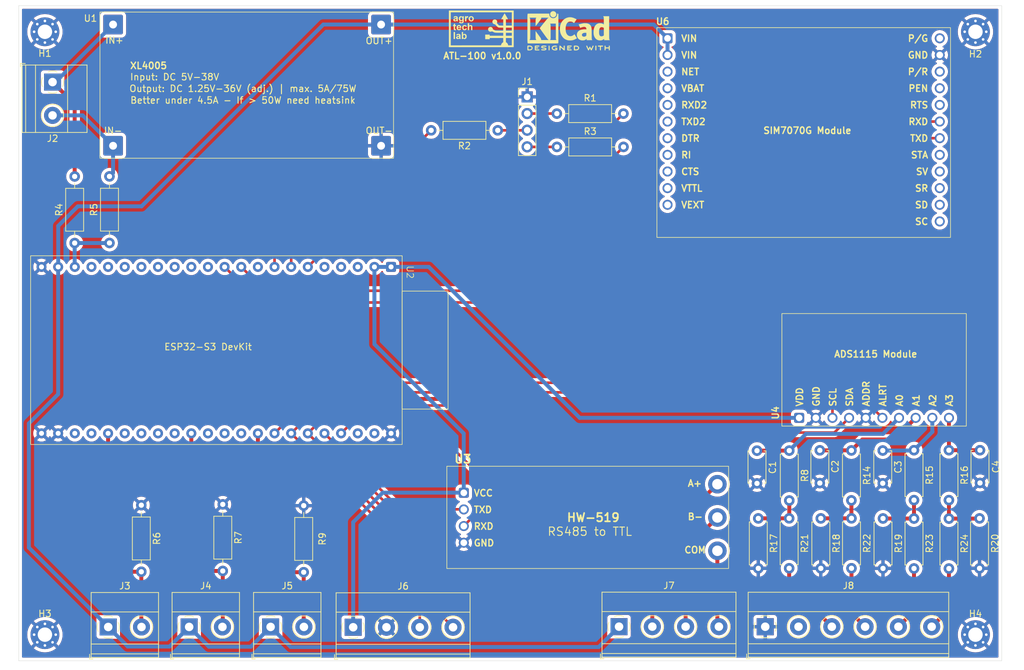
<source format=kicad_pcb>
(kicad_pcb (version 20240108) (generator "pcbnew") (generator_version "8.0")
  (title_block (title "ATL-100 (Multiparametric Station) - THT Based") (date "2024-10-29") (rev "v1.0.0") (company "AgroTechLab (Laboratório de Desenvolvimento de Tecnologias para o Agronegócio)") (comment 1 "IFSC/Lages (Instituto Federal de Santa Catarina)") (comment 2 "Confidential (access prohibited without signing a non-disclouser agreement)") (comment 3 "Author: Robson Costa (robson.costa@ifsc.edu.br)"))
  (layers (0 "F.Cu" signal) (31 "B.Cu" signal) (34 "B.Paste" user) (35 "F.Paste" user) (36 "B.SilkS" user "B.Silkscreen") (37 "F.SilkS" user "F.Silkscreen") (38 "B.Mask" user) (39 "F.Mask" user) (44 "Edge.Cuts" user))
  (net 0 "")
  (net 1 "GND")
  (net 2 "Net-(J1-Pin_4)")
  (net 3 "Net-(J1-Pin_3)")
  (net 4 "Net-(J1-Pin_2)")
  (net 5 "PWR_IN-")
  (net 6 "PWR_IN+")
  (net 7 "WS-")
  (net 8 "+5V")
  (net 9 "AN-")
  (net 10 "I2C_SDA")
  (net 11 "+3V3")
  (net 12 "I2C_SCL")
  (net 13 "PL-")
  (net 14 "LED_RED")
  (net 15 "LED_GREEN")
  (net 16 "LED_BLUE")
  (net 17 "PWR_SENSOR")
  (net 18 "MCU_TXD - RS485_RXD")
  (net 19 "MCU_RXD - RS485_TXD")
  (net 20 "ADC_ALERT")
  (net 23 "Net-(U4-A0)")
  (net 27 "Net-(U4-A1)")
  (net 31 "Net-(U4-A2)")
  (net 37 "Net-(U4-A3)")
  (net 39 "RS485_A+")
  (net 41 "RS485_B-")
  (net 42 "RS485_COM")
  (net 43 "AI3")
  (net 44 "AI1")
  (net 45 "AI2")
  (net 46 "AI4")
  (net 48 "Net-(R17-Pad1)")
  (net 49 "MCU_TXD - LTE_RXD")
  (net 50 "MCU_RXD - LTE_TXD")
  (net 51 "Net-(R14-Pad2)")
  (net 52 "Net-(R15-Pad2)")
  (net 53 "Net-(R16-Pad2)")
  (footprint "Resistor_THT:R_Axial_DIN0207_L6.3mm_D2.5mm_P10.16mm_Horizontal" (layer "F.Cu") (at 143.52 66.31 180)
    (property "Reference" "R2")
    (property "Value" "42R")
  )
  (footprint "Resistor_THT:R_Axial_DIN0207_L6.3mm_D2.5mm_P10.16mm_Horizontal" (layer "F.Cu") (at 113.91 133.74 90)
    (property "Reference" "R9")
    (property "Value" "10k")
  )
  (footprint "Resistor_THT:R_Axial_DIN0207_L6.3mm_D2.5mm_P10.16mm_Horizontal" (layer "F.Cu") (at 78.96 83.51 90)
    (property "Reference" "R4")
    (property "Value" "10k")
  )
  (footprint "TerminalBlock_Phoenix:TerminalBlock_Phoenix_MKDS-1,5-2-5.08_1x02_P5.08mm_Horizontal" (layer "F.Cu") (at 96.43 142.09)
    (property "Reference" "J4")
    (property "Value" "Screw_Terminal_01x02")
  )
  (footprint "LOGO" (layer "F.Cu") (at 141.01 50.83)
    (property "Reference" "G***" (hide yes))
    (property "Value" "LOGO" (hide yes))
  )
  (footprint "AgroTechLab:ADS1115 Module" (layer "F.Cu") (at 189.5172 110.1848 90)
    (property "Reference" "U4")
    (property "Value" "ADS1115 Module")
  )
  (footprint "AgroTechLab:SIM7070G Module" (layer "F.Cu") (at 169.43 52.27)
    (property "Reference" "U6")
    (property "Value" "SIM7070G Module")
  )
  (footprint "MountingHole:MountingHole_2.2mm_M2_Pad_Via" (layer "F.Cu") (at 74.42 143.27)
    (property "Reference" "H3")
    (property "Value" "MountingHole_Pad")
  )
  (footprint "Resistor_THT:R_Axial_DIN0207_L6.3mm_D2.5mm_P7.62mm_Horizontal" (layer "F.Cu") (at 207.04 115.12 -90)
    (property "Reference" "R15")
    (property "Value" "3k3")
  )
  (footprint "Resistor_THT:R_Axial_DIN0207_L6.3mm_D2.5mm_P7.62mm_Horizontal" (layer "F.Cu") (at 202.31 125.54 -90)
    (property "Reference" "R19")
    (property "Value" "100R")
  )
  (footprint "Connector_PinHeader_2.54mm:PinHeader_1x04_P2.54mm_Vertical" (layer "F.Cu") (at 148.01 61.21)
    (property "Reference" "J1")
    (property "Value" "Conn_01x04_Pin")
  )
  (footprint "AgroTechLab:XL4005_Module" (layer "F.Cu") (at 84.82 50.1675)
    (property "Reference" "U1")
    (property "Value" "~")
  )
  (footprint "Resistor_THT:R_Axial_DIN0207_L6.3mm_D2.5mm_P10.16mm_Horizontal" (layer "F.Cu") (at 152.54 63.76)
    (property "Reference" "R1")
    (property "Value" "67R")
  )
  (footprint "MountingHole:MountingHole_2.2mm_M2_Pad_Via" (layer "F.Cu") (at 216.42 143.27)
    (property "Reference" "H4")
    (property "Value" "MountingHole_Pad")
  )
  (footprint "Resistor_THT:R_Axial_DIN0207_L6.3mm_D2.5mm_P7.62mm_Horizontal" (layer "F.Cu") (at 187.99 125.52 -90)
    (property "Reference" "R21")
    (property "Value" "50R")
  )
  (footprint "TerminalBlock_Phoenix:TerminalBlock_Phoenix_MKDS-1,5-2-5.08_1x02_P5.08mm_Horizontal" (layer "F.Cu") (at 75.585 58.9475 -90)
    (property "Reference" "J2")
    (property "Value" "Screw_Terminal_01x02")
  )
  (footprint "Capacitor_THT:C_Disc_D4.7mm_W2.5mm_P5.00mm" (layer "F.Cu") (at 202.27 120.17 90)
    (property "Reference" "C3")
    (property "Value" "100nF")
  )
  (footprint "Resistor_THT:R_Axial_DIN0207_L6.3mm_D2.5mm_P7.62mm_Horizontal" (layer "F.Cu") (at 212.37 115.12 -90)
    (property "Reference" "R16")
    (property "Value" "3k3")
  )
  (footprint "Resistor_THT:R_Axial_DIN0207_L6.3mm_D2.5mm_P7.62mm_Horizontal" (layer "F.Cu") (at 217.04 125.53 -90)
    (property "Reference" "R20")
    (property "Value" "100R")
  )
  (footprint "Resistor_THT:R_Axial_DIN0207_L6.3mm_D2.5mm_P7.62mm_Horizontal" (layer "F.Cu") (at 183.28 125.53 -90)
    (property "Reference" "R17")
    (property "Value" "100R")
  )
  (footprint "Capacitor_THT:C_Disc_D4.7mm_W2.5mm_P5.00mm" (layer "F.Cu") (at 192.67 120.14 90)
    (property "Reference" "C2")
    (property "Value" "100nF")
  )
  (footprint "Resistor_THT:R_Axial_DIN0207_L6.3mm_D2.5mm_P7.62mm_Horizontal" (layer "F.Cu") (at 212.37 125.56 -90)
    (property "Reference" "R24")
    (property "Value" "50R")
  )
  (footprint "TerminalBlock_Phoenix:TerminalBlock_Phoenix_MKDS-1,5-4-5.08_1x04_P5.08mm_Horizontal" (layer "F.Cu") (at 121.46 142.14)
    (property "Reference" "J6")
    (property "Value" "Screw_Terminal_01x04")
  )
  (footprint "AgroTechLab:ESP32S3N16R8_DevKit" (layer "F.Cu") (at 127.24 87.15 -90)
    (property "Reference" "U2")
    (property "Value" "ESP32-S3 DevKit")
  )
  (footprint "TerminalBlock_Phoenix:TerminalBlock_Phoenix_MKDS-1,5-4-5.08_1x04_P5.08mm_Horizontal" (layer "F.Cu") (at 162.03 142.05)
    (property "Reference" "J7")
    (property "Value" "Screw_Terminal_01x04")
  )
  (footprint "Resistor_THT:R_Axial_DIN0207_L6.3mm_D2.5mm_P10.16mm_Horizontal" (layer "F.Cu") (at 84.27 83.5 90)
    (property "Reference" "R5")
    (property "Value" "1.2k")
  )
  (footprint "Resistor_THT:R_Axial_DIN0207_L6.3mm_D2.5mm_P7.62mm_Horizontal" (layer "F.Cu") (at 197.49 115.16 -90)
    (property "Reference" "R14")
    (property "Value" "3k3")
  )
  (footprint "Resistor_THT:R_Axial_DIN0207_L6.3mm_D2.5mm_P10.16mm_Horizontal" (layer "F.Cu") (at 89.13 123.51 -90)
    (property "Reference" "R6")
    (property "Value" "4.7k")
  )
  (footprint "MountingHole:MountingHole_2.2mm_M2_Pad_Via" (layer "F.Cu") (at 74.42 51.27)
    (property "Reference" "H1")
    (property "Value" "MountingHole_Pad")
  )
  (footprint "Resistor_THT:R_Axial_DIN0207_L6.3mm_D2.5mm_P7.62mm_Horizontal" (layer "F.Cu") (at 197.5 125.52 -90)
    (property "Reference" "R22")
    (property "Value" "50R")
  )
  (footprint "TerminalBlock_Phoenix:TerminalBlock_Phoenix_MKDS-1,5-2-5.08_1x02_P5.08mm_Horizontal" (layer "F.Cu") (at 108.86 142.09)
    (property "Reference" "J5")
    (property "Value" "Screw_Terminal_01x02")
  )
  (footprint "Resistor_THT:R_Axial_DIN0207_L6.3mm_D2.5mm_P10.16mm_Horizontal" (layer "F.Cu") (at 152.55 68.84)
    (property "Reference" "R3")
    (property "Value" "17R")
  )
  (footprint "Capacitor_THT:C_Disc_D4.7mm_W2.5mm_P5.00mm" (layer "F.Cu") (at 217.11 120.12 90)
    (property "Reference" "C4")
    (property "Value" "100nF")
  )
  (footprint "Resistor_THT:R_Axial_DIN0207_L6.3mm_D2.5mm_P7.62mm_Horizontal" (layer "F.Cu") (at 188.01 115.18 -90)
    (property "Reference" "R8")
    (property "Value" "3k3")
  )
  (footprint "MountingHole:MountingHole_2.2mm_M2_Pad_Via" (layer "F.Cu") (at 216.42 51.27)
    (property "Reference" "H2")
    (property "Value" "MountingHole_Pad")
  )
  (footprint "Resistor_THT:R_Axial_DIN0207_L6.3mm_D2.5mm_P7.62mm_Horizontal" (layer "F.Cu") (at 192.82 125.53 -90)
    (property "Reference" "R18")
    (property "Value" "100R")
  )
  (footprint "TerminalBlock_Phoenix:TerminalBlock_Phoenix_MKDS-1,5-6-5.08_1x06_P5.08mm_Horizontal" (layer "F.Cu") (at 184.34 142.06)
    (property "Reference" "J8")
    (property "Value" "Screw_Terminal_01x06")
  )
  (footprint "Symbol:KiCad-Logo2_5mm_SilkScreen" (layer "F.Cu") (at 154.33 51.11)
    (property "Reference" "REF**" (hide yes))
    (property "Value" "KiCad-Logo2_5mm_SilkScreen" (hide yes))
  )
  (footprint "Resistor_THT:R_Axial_DIN0207_L6.3mm_D2.5mm_P10.16mm_Horizontal" (layer "F.Cu") (at 101.56 123.39 -90)
    (property "Reference" "R7")
    (property "Value" "10k")
  )
  (footprint "Capacitor_THT:C_Disc_D4.7mm_W2.5mm_P5.00mm" (layer "F.Cu") (at 183.08 120.19 90)
    (property "Reference" "C1")
    (property "Value" "100nF")
  )
  (footprint "Resistor_THT:R_Axial_DIN0207_L6.3mm_D2.5mm_P7.62mm_Horizontal" (layer "F.Cu") (at 207.04 125.55 -90)
    (property "Reference" "R23")
    (property "Value" "50R")
  )
  (footprint "AgroTechLab:HW-519" (layer "F.Cu") (at 138.34 121.62)
    (property "Reference" "U3")
    (property "Value" "HW-519")
  )
  (footprint "TerminalBlock_Phoenix:TerminalBlock_Phoenix_MKDS-1,5-2-5.08_1x02_P5.08mm_Horizontal" (layer "F.Cu") (at 84.08 142.1)
    (property "Reference" "J3")
    (property "Value" "Screw_Terminal_01x02")
  )
  (gr_rect (start 70.42 47.27) (end 220.42 147.27) (stroke (width 0.05)) (fill none) (layer "Edge.Cuts"))
  (gr_text "ATL-100 v1.0.0" (at 135.11 55.53 0) (layer "F.SilkS") (effects (font (size 1 1) (thickness 0.2) (bold yes)) (justify left bottom)))
  (segment (start 74.356 143.343) (end 73.673 143.343) (width 0.2) (layer "F.Cu") (net 1))
  (segment (start 74.84 144.51) (end 74.84 143.343) (width 0.2) (layer "F.Cu") (net 1))
  (segment (start 73.673 143.343) (end 73.19 142.86) (width 0.2) (layer "F.Cu") (net 1))
  (segment (start 74.356 143.343) (end 74.357 143.343) (width 0.2) (layer "F.Cu") (net 1))
  (segment (start 73.673 144.993) (end 73.19 144.51) (width 0.2) (layer "F.Cu") (net 1))
  (segment (start 74.84 143.343) (end 74.357 143.343) (width 0.2) (layer "F.Cu") (net 1))
  (segment (start 74.357 143.343) (end 74.356 143.343) (width 0.2) (layer "F.Cu") (net 1))
  (segment (start 74.84 50.01) (end 74.357 49.5267) (width 0.2) (layer "B.Cu") (net 1))
  (segment (start 74.357 51.1768) (end 74.357 51.1767) (width 0.2) (layer "B.Cu") (net 1))
  (segment (start 73.19 51.66) (end 73.23 51.7) (width 0.2) (layer "B.Cu") (net 1))
  (segment (start 73.19 51.66) (end 72.5066 51.66) (width 0.2) (layer "B.Cu") (net 1))
  (segment (start 74.84 50.6934) (end 74.84 50.01) (width 0.2) (layer "B.Cu") (net 1))
  (segment (start 74.357 51.1767) (end 74.357 51.1768) (width 0.2) (layer "B.Cu") (net 1))
  (segment (start 73.873 50.01) (end 74.357 49.5267) (width 0.2) (layer "B.Cu") (net 1))
  (segment (start 74.84 144.51) (end 74.357 144.993) (width 0.2) (layer "B.Cu") (net 1))
  (segment (start 73.833 51.7) (end 74.357 51.1768) (width 0.2) (layer "B.Cu") (net 1))
  (segment (start 73.19 50.01) (end 73.873 50.01) (width 0.2) (layer "B.Cu") (net 1))
  (segment (start 73.23 51.7) (end 73.833 51.7) (width 0.2) (layer "B.Cu") (net 1))
  (segment (start 74.357 51.1767) (end 74.84 50.6934) (width 0.2) (layer "B.Cu") (net 1))
  (segment (start 152.55 68.84) (end 148.02 68.84) (width 0.4) (layer "F.Cu") (net 2))
  (segment (start 148.02 68.84) (end 148.01 68.83) (width 0.4) (layer "F.Cu") (net 2))
  (segment (start 143.52 66.31) (end 147.99 66.31) (width 0.4) (layer "F.Cu") (net 3))
  (segment (start 147.99 66.31) (end 148.01 66.29) (width 0.4) (layer "F.Cu") (net 3))
  (segment (start 152.53 63.75) (end 152.54 63.76) (width 0.4) (layer "F.Cu") (net 4))
  (segment (start 148.01 63.75) (end 152.53 63.75) (width 0.4) (layer "F.Cu") (net 4))
  (segment (start 80.18 64.0275) (end 84.82 68.6675) (width 0.6) (layer "B.Cu") (net 5))
  (segment (start 75.585 64.0275) (end 80.18 64.0275) (width 0.6) (layer "B.Cu") (net 5))
  (segment (start 84.82 68.6675) (end 84.82 72.79) (width 0.6) (layer "B.Cu") (net 5))
  (segment (start 84.82 72.79) (end 84.27 73.34) (width 0.6) (layer "B.Cu") (net 5))
  (segment (start 78.96 62.3225) (end 78.96 73.35) (width 0.6) (layer "F.Cu") (net 6))
  (segment (start 75.585 58.9475) (end 78.96 62.3225) (width 0.6) (layer "F.Cu") (net 6))
  (segment (start 75.585 58.9475) (end 76.04 58.9475) (width 0.6) (layer "B.Cu") (net 6))
  (segment (start 76.04 58.9475) (end 84.82 50.1675) (width 0.6) (layer "B.Cu") (net 6))
  (segment (start 84.06 112.55) (end 84.06 131.69) (width 0.6) (layer "F.Cu") (net 7))
  (segment (start 89.13 142.07) (end 89.16 142.1) (width 0.6) (layer "F.Cu") (net 7))
  (segment (start 89.13 133.67) (end 89.13 142.07) (width 0.6) (layer "F.Cu") (net 7))
  (segment (start 86.04 133.67) (end 89.13 133.67) (width 0.6) (layer "F.Cu") (net 7))
  (segment (start 84.06 131.69) (end 86.04 133.67) (width 0.6) (layer "F.Cu") (net 7))
  (segment (start 84.08 142.1) (end 87.06 145.08) (width 0.6) (layer "B.Cu") (net 8))
  (segment (start 125.72 50.1675) (end 116.9025 50.1675) (width 0.6) (layer "B.Cu") (net 8))
  (segment (start 167.3275 50.1675) (end 169.43 52.27) (width 0.6) (layer "B.Cu") (net 8))
  (segment (start 158.92 145.16) (end 162.03 142.05) (width 0.6) (layer "B.Cu") (net 8))
  (segment (start 96.43 142.09) (end 99.45 145.11) (width 0.6) (layer "B.Cu") (net 8))
  (segment (start 116.9025 50.1675) (end 89.165 77.905) (width 0.6) (layer "B.Cu") (net 8))
  (segment (start 79.445 77.905) (end 76.45 80.9) (width 0.6) (layer "B.Cu") (net 8))
  (segment (start 111.93 145.16) (end 158.92 145.16) (width 0.6) (layer "B.Cu") (net 8))
  (segment (start 108.86 142.09) (end 111.93 145.16) (width 0.6) (layer "B.Cu") (net 8))
  (segment (start 76.44 106.57) (end 71.97 111.04) (width 0.6) (layer "B.Cu") (net 8))
  (segment (start 169.43 52.27) (end 169.43 54.81) (width 0.6) (layer "B.Cu") (net 8))
  (segment (start 105.84 145.11) (end 108.86 142.09) (width 0.6) (layer "B.Cu") (net 8))
  (segment (start 71.97 111.04) (end 71.97 129.99) (width 0.6) (layer "B.Cu") (net 8))
  (segment (start 93.44 145.08) (end 96.43 142.09) (width 0.6) (layer "B.Cu") (net 8))
  (segment (start 99.45 145.11) (end 105.84 145.11) (width 0.6) (layer "B.Cu") (net 8))
  (segment (start 76.44 87.15) (end 76.44 106.57) (width 0.6) (layer "B.Cu") (net 8))
  (segment (start 125.72 50.1675) (end 167.3275 50.1675) (width 0.6) (layer "B.Cu") (net 8))
  (segment (start 71.97 129.99) (end 84.08 142.1) (width 0.6) (layer "B.Cu") (net 8))
  (segment (start 76.45 80.9) (end 76.45 87.14) (width 0.6) (layer "B.Cu") (net 8))
  (segment (start 87.06 145.08) (end 93.44 145.08) (width 0.6) (layer "B.Cu") (net 8))
  (segment (start 76.44 87.15) (end 76.45 87.14) (width 0.2) (layer "B.Cu") (net 8))
  (segment (start 89.165 77.905) (end 79.445 77.905) (width 0.6) (layer "B.Cu") (net 8))
  (segment (start 101.56 142.04) (end 101.51 142.09) (width 0.6) (layer "F.Cu") (net 9))
  (segment (start 96.76 112.55) (end 96.76 131.31) (width 0.6) (layer "F.Cu") (net 9))
  (segment (start 96.76 131.31) (end 99 133.55) (width 0.6) (layer "F.Cu") (net 9))
  (segment (start 99 133.55) (end 101.56 133.55) (width 0.6) (layer "F.Cu") (net 9))
  (segment (start 101.56 133.55) (end 101.56 142.04) (width 0.6) (layer "F.Cu") (net 9))
  (segment (start 118.79 108.3) (end 145.63 108.3) (width 0.4) (layer "F.Cu") (net 10))
  (segment (start 194.892 112.43) (end 197.1372 110.1848) (width 0.4) (layer "F.Cu") (net 10))
  (segment (start 145.63 108.3) (end 149.76 112.43) (width 0.4) (layer "F.Cu") (net 10))
  (segment (start 114.54 112.55) (end 118.79 108.3) (width 0.4) (layer "F.Cu") (net 10))
  (segment (start 133.5 131.51) (end 133.5 138.94) (width 0.4) (layer "F.Cu") (net 10))
  (segment (start 133.5 138.94) (end 136.7 142.14) (width 0.4) (layer "F.Cu") (net 10))
  (segment (start 114.54 112.55) (end 133.5 131.51) (width 0.4) (layer "F.Cu") (net 10))
  (segment (start 149.76 112.43) (end 194.892 112.43) (width 0.4) (layer "F.Cu") (net 10))
  (segment (start 127.24 87.15) (end 132.99 87.15) (width 0.6) (layer "B.Cu") (net 11))
  (segment (start 156.0248 110.1848) (end 189.5172 110.1848) (width 0.6) (layer "B.Cu") (net 11))
  (segment (start 121.46 126.11) (end 125.9664 121.6036) (width 0.6) (layer "B.Cu") (net 11))
  (segment (start 124.7 98.94) (end 138.3314 112.5714) (width 0.6) (layer "B.Cu") (net 11))
  (segment (start 138.3314 112.5714) (end 138.3314 121.6036) (width 0.6) (layer "B.Cu") (net 11))
  (segment (start 189.4248 110.1848) (end 189.5172 110.1848) (width 0.6) (layer "B.Cu") (net 11))
  (segment (start 121.46 142.14) (end 121.46 126.11) (width 0.6) (layer "B.Cu") (net 11))
  (segment (start 125.9664 121.6036) (end 138.3314 121.6036) (width 0.6) (layer "B.Cu") (net 11))
  (segment (start 124.7 87.15) (end 127.24 87.15) (width 0.6) (layer "B.Cu") (net 11))
  (segment (start 132.99 87.15) (end 156.0248 110.1848) (width 0.6) (layer "B.Cu") (net 11))
  (segment (start 124.7 87.15) (end 124.7 98.94) (width 0.6) (layer "B.Cu") (net 11))
  (segment (start 193.6 106.37) (end 194.5972 107.3672) (width 0.4) (layer "F.Cu") (net 12))
  (segment (start 131.62 132.17) (end 112 112.55) (width 0.4) (layer "F.Cu") (net 12))
  (segment (start 194.5972 107.3672) (end 194.5972 110.1848) (width 0.4) (layer "F.Cu") (net 12))
  (segment (start 193.6 106.3) (end 193.6 106.37) (width 0.4) (layer "F.Cu") (net 12))
  (segment (start 131.62 142.14) (end 131.62 132.17) (width 0.4) (layer "F.Cu") (net 12))
  (segment (start 112 112.55) (end 118.25 106.3) (width 0.4) (layer "F.Cu") (net 12))
  (segment (start 118.25 106.3) (end 193.6 106.3) (width 0.4) (layer "F.Cu") (net 12))
  (segment (start 112.07 133.74) (end 106.92 128.59) (width 0.6) (layer "F.Cu") (net 13))
  (segment (start 113.91 133.74) (end 113.91 142.06) (width 0.6) (layer "F.Cu") (net 13))
  (segment (start 106.92 128.59) (end 106.92 112.55) (width 0.6) (layer "F.Cu") (net 13))
  (segment (start 113.91 133.74) (end 112.07 133.74) (width 0.6) (layer "F.Cu") (net 13))
  (segment (start 113.91 142.06) (end 113.94 142.09) (width 0.6) (layer "F.Cu") (net 13))
  (segment (start 162.7 63.76) (end 147.33 79.13) (width 0.4) (layer "F.Cu") (net 14))
  (segment (start 112 84.09) (end 112 87.15) (width 0.4) (layer "F.Cu") (net 14))
  (segment (start 116.96 79.13) (end 112 84.09) (width 0.4) (layer "F.Cu") (net 14))
  (segment (start 147.33 79.13) (end 116.96 79.13) (width 0.4) (layer "F.Cu") (net 14))
  (segment (start 133.36 66.31) (end 125.43 74.24) (width 0.4) (layer "F.Cu") (net 15))
  (segment (start 109.46 76.92) (end 112.14 74.24) (width 0.4) (layer "F.Cu") (net 15))
  (segment (start 112.14 74.24) (end 125.43 74.24) (width 0.4) (layer "F.Cu") (net 15))
  (segment (start 109.46 87.15) (end 109.46 76.92) (width 0.4) (layer "F.Cu") (net 15))
  (segment (start 119.17 82.52) (end 114.54 87.15) (width 0.4) (layer "F.Cu") (net 16))
  (segment (start 149.03 82.52) (end 119.17 82.52) (width 0.4) (layer "F.Cu") (net 16))
  (segment (start 162.71 68.84) (end 149.03 82.52) (width 0.4) (layer "F.Cu") (net 16))
  (segment (start 78.96 83.51) (end 78.96 87.13) (width 0.6) (layer "B.Cu") (net 17))
  (segment (start 84.26 83.51) (end 84.27 83.5) (width 0.2) (layer "B.Cu") (net 17))
  (segment (start 78.96 83.51) (end 84.26 83.51) (width 0.6) (layer "B.Cu") (net 17))
  (segment (start 78.96 87.13) (end 78.98 87.15) (width 0.4) (layer "B.Cu") (net 17))
  (segment (start 141.39 119.56) (end 141.39 123.625) (width 0.4) (layer "F.Cu") (net 18))
  (segment (start 132.15 110.32) (end 141.39 119.56) (width 0.4) (layer "F.Cu") (net 18))
  (segment (start 141.39 123.625) (end 138.3314 126.6836) (width 0.4) (layer "F.Cu") (net 18))
  (segment (start 119.62 112.55) (end 121.85 110.32) (width 0.4) (layer "F.Cu") (net 18))
  (segment (start 121.85 110.32) (end 132.15 110.32) (width 0.4) (layer "F.Cu") (net 18))
  (segment (start 128.6736 124.1436) (end 117.08 112.55) (width 0.4) (layer "F.Cu") (net 19))
  (segment (start 138.3314 124.1436) (end 128.6736 124.1436) (width 0.4) (layer "F.Cu") (net 19))
  (segment (start 202.2172 110.1848) (end 196.8624 104.83) (width 0.4) (layer "F.Cu") (net 20))
  (segment (start 196.8624 104.83) (end 117.18 104.83) (width 0.4) (layer "F.Cu") (net 20))
  (segment (start 117.18 104.83) (end 109.46 112.55) (width 0.4) (layer "F.Cu") (net 20))
  (segment (start 183.08 115.19) (end 188 115.19) (width 0.6) (layer "F.Cu") (net 23))
  (segment (start 202.312 112.63) (end 190.56 112.63) (width 0.6) (layer "B.Cu") (net 23))
  (segment (start 188 115.19) (end 188.01 115.18) (width 0.2) (layer "B.Cu") (net 23))
  (segment (start 190.56 112.63) (end 188.01 115.18) (width 0.6) (layer "B.Cu") (net 23))
  (segment (start 204.7572 110.1848) (end 202.312 112.63) (width 0.6) (layer "B.Cu") (net 23))
  (segment (start 192.67 115.14) (end 197.47 115.14) (width 0.6) (layer "F.Cu") (net 27))
  (segment (start 203.992 113.49) (end 199.16 113.49) (width 0.6) (layer "F.Cu") (net 27))
  (segment (start 207.2972 110.1848) (end 203.992 113.49) (width 0.6) (layer "F.Cu") (net 27))
  (segment (start 199.16 113.49) (end 197.49 115.16) (width 0.6) (layer "F.Cu") (net 27))
  (segment (start 197.47 115.14) (end 197.49 115.16) (width 0.2) (layer "B.Cu") (net 27))
  (segment (start 209.8472 112.3128) (end 209.8372 112.3028) (width 0.6) (layer "B.Cu") (net 31))
  (segment (start 209.8472 112.3128) (end 207.04 115.12) (width 0.6) (layer "B.Cu") (net 31))
  (segment (start 209.8372 112.3028) (end 209.8372 110.1848) (width 0.6) (layer "B.Cu") (net 31))
  (segment (start 206.99 115.17) (end 207.04 115.12) (width 0.2) (layer "B.Cu") (net 31))
  (segment (start 202.27 115.17) (end 206.99 115.17) (width 0.6) (layer "B.Cu") (net 31))
  (segment (start 212.37 115.12) (end 217.11 115.12) (width 0.6) (layer "F.Cu") (net 37))
  (segment (start 212.37 115.12) (end 212.37 110.192) (width 0.6) (layer "F.Cu") (net 37))
  (segment (start 212.37 110.192) (end 212.3772 110.1848) (width 0.2) (layer "F.Cu") (net 37))
  (segment (start 212.3872 115.1028) (end 212.37 115.12) (width 0.2) (layer "B.Cu") (net 37))
  (segment (start 167.11 130.215) (end 167.11 142.05) (width 0.6) (layer "F.Cu") (net 39))
  (segment (start 177.0314 120.2936) (end 167.11 130.215) (width 0.6) (layer "F.Cu") (net 39))
  (segment (start 172.19 130.215) (end 172.19 142.05) (width 0.6) (layer "F.Cu") (net 41))
  (segment (start 177.0314 125.3736) (end 172.19 130.215) (width 0.6) (layer "F.Cu") (net 41))
  (segment (start 177.0314 141.8114) (end 177.27 142.05) (width 0.6) (layer "F.Cu") (net 42))
  (segment (start 177.0314 130.4536) (end 177.0314 141.8114) (width 0.6) (layer "F.Cu") (net 42))
  (segment (start 207.04 133.17) (end 207.04 139.68) (width 0.6) (layer "F.Cu") (net 43))
  (segment (start 207.04 139.68) (end 204.66 142.06) (width 0.6) (layer "F.Cu") (net 43))
  (segment (start 187.99 133.14) (end 187.99 135.55) (width 0.6) (layer "F.Cu") (net 44))
  (segment (start 187.99 135.55) (end 194.5 142.06) (width 0.6) (layer "F.Cu") (net 44))
  (segment (start 197.5 139.98) (end 199.58 142.06) (width 0.6) (layer "F.Cu") (net 45))
  (segment (start 197.5 133.14) (end 197.5 139.98) (width 0.6) (layer "F.Cu") (net 45))
  (segment (start 212.37 133.18) (end 212.37 139.43) (width 0.6) (layer "F.Cu") (net 46))
  (segment (start 212.37 139.43) (end 209.74 142.06) (width 0.6) (layer "F.Cu") (net 46))
  (segment (start 188.01 122.8) (end 188.01 125.5) (width 0.6) (layer "F.Cu") (net 48))
  (segment (start 187.99 125.52) (end 183.29 125.52) (width 0.6) (layer "F.Cu") (net 48))
  (segment (start 183.29 125.52) (end 183.28 125.53) (width 0.2) (layer "B.Cu") (net 48))
  (segment (start 188.01 125.5) (end 187.99 125.52) (width 0.2) (layer "B.Cu") (net 48))
  (segment (start 210.97 64.97) (end 200.43 64.97) (width 0.4) (layer "F.Cu") (net 49))
  (segment (start 174.61 90.79) (end 108.02 90.79) (width 0.4) (layer "F.Cu") (net 49))
  (segment (start 108.02 90.79) (end 104.38 87.15) (width 0.4) (layer "F.Cu") (net 49))
  (segment (start 200.43 64.97) (end 174.61 90.79) (width 0.4) (layer "F.Cu") (net 49))
  (segment (start 107.27 92.58) (end 101.84 87.15) (width 0.4) (layer "F.Cu") (net 50))
  (segment (start 175.85 92.58) (end 107.27 92.58) (width 0.4) (layer "F.Cu") (net 50))
  (segment (start 210.97 67.51) (end 200.92 67.51) (width 0.4) (layer "F.Cu") (net 50))
  (segment (start 200.92 67.51) (end 175.85 92.58) (width 0.4) (layer "F.Cu") (net 50))
  (segment (start 197.5 125.52) (end 192.83 125.52) (width 0.6) (layer "F.Cu") (net 51))
  (segment (start 197.49 122.78) (end 197.49 125.51) (width 0.6) (layer "F.Cu") (net 51))
  (segment (start 197.49 125.51) (end 197.5 125.52) (width 0.2) (layer "B.Cu") (net 51))
  (segment (start 192.83 125.52) (end 192.82 125.53) (width 0.2) (layer "B.Cu") (net 51))
  (segment (start 207.04 125.55) (end 202.32 125.55) (width 0.6) (layer "F.Cu") (net 52))
  (segment (start 207.04 122.74) (end 207.04 125.55) (width 0.6) (layer "F.Cu") (net 52))
  (segment (start 202.32 125.55) (end 202.31 125.54) (width 0.2) (layer "B.Cu") (net 52))
  (segment (start 212.37 125.56) (end 217.01 125.56) (width 0.6) (layer "F.Cu") (net 53))
  (segment (start 212.37 122.74) (end 212.37 125.56) (width 0.6) (layer "F.Cu") (net 53))
  (segment (start 217.01 125.56) (end 217.04 125.53) (width 0.2) (layer "B.Cu") (net 53))
  (zone (net 1) (net_name "GND") (layer "F.Cu") (connect_pads (clearance 0.5)) (min_thickness 0.25) (fill yes (thermal_gap 0.5) (thermal_bridge_width 0.5))
    (polygon (pts (xy 70.45 47.3) (xy 220.39 47.3) (xy 220.39 147.24) (xy 70.45 147.24)))
  )
  (zone (net 1) (net_name "GND") (layer "B.Cu") (priority 1) (connect_pads (clearance 0.5)) (min_thickness 0.25) (fill yes (thermal_gap 0.5) (thermal_bridge_width 0.5))
    (polygon (pts (xy 70.45 47.3) (xy 220.39 47.3) (xy 220.39 147.24) (xy 70.45 147.24)))
  )
)
</source>
